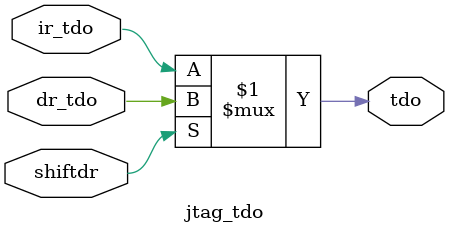
<source format=sv>

module jtag_tdo (
  input logic           ir_tdo,
  input logic           dr_tdo,
  input logic           shiftdr,
  output logic          tdo
);

  assign tdo = shiftdr ? dr_tdo : ir_tdo;

endmodule

</source>
